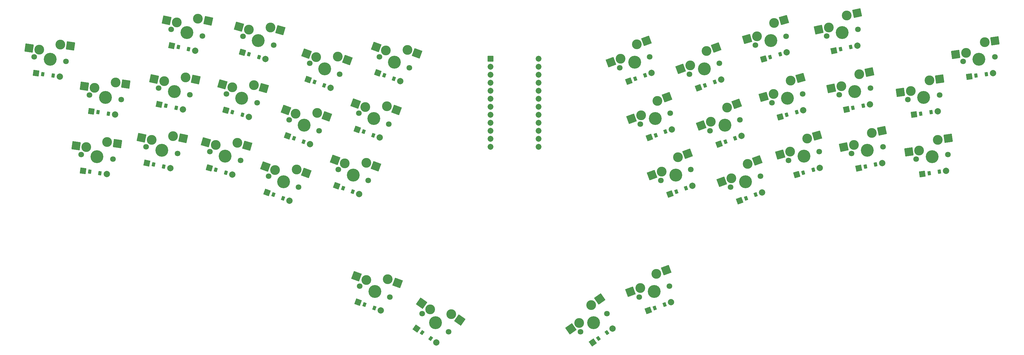
<source format=gbr>
%TF.GenerationSoftware,KiCad,Pcbnew,7.0.1-3b83917a11~172~ubuntu22.04.1*%
%TF.CreationDate,2023-04-10T14:49:45+02:00*%
%TF.ProjectId,koala-v1_ne,6b6f616c-612d-4763-915f-6e652e6b6963,v1.0.0*%
%TF.SameCoordinates,Original*%
%TF.FileFunction,Soldermask,Bot*%
%TF.FilePolarity,Negative*%
%FSLAX46Y46*%
G04 Gerber Fmt 4.6, Leading zero omitted, Abs format (unit mm)*
G04 Created by KiCad (PCBNEW 7.0.1-3b83917a11~172~ubuntu22.04.1) date 2023-04-10 14:49:45*
%MOMM*%
%LPD*%
G01*
G04 APERTURE LIST*
G04 Aperture macros list*
%AMRoundRect*
0 Rectangle with rounded corners*
0 $1 Rounding radius*
0 $2 $3 $4 $5 $6 $7 $8 $9 X,Y pos of 4 corners*
0 Add a 4 corners polygon primitive as box body*
4,1,4,$2,$3,$4,$5,$6,$7,$8,$9,$2,$3,0*
0 Add four circle primitives for the rounded corners*
1,1,$1+$1,$2,$3*
1,1,$1+$1,$4,$5*
1,1,$1+$1,$6,$7*
1,1,$1+$1,$8,$9*
0 Add four rect primitives between the rounded corners*
20,1,$1+$1,$2,$3,$4,$5,0*
20,1,$1+$1,$4,$5,$6,$7,0*
20,1,$1+$1,$6,$7,$8,$9,0*
20,1,$1+$1,$8,$9,$2,$3,0*%
G04 Aperture macros list end*
%ADD10C,1.801800*%
%ADD11C,3.100000*%
%ADD12C,4.087800*%
%ADD13RoundRect,0.050000X-1.625633X-0.738540X0.770583X-1.610691X1.625633X0.738540X-0.770583X1.610691X0*%
%ADD14RoundRect,0.050000X-1.054407X-0.684740X0.684740X-1.054407X1.054407X0.684740X-0.684740X1.054407X0*%
%ADD15RoundRect,0.050000X-0.564913X-0.493328X0.315419X-0.680449X0.564913X0.493328X-0.315419X0.680449X0*%
%ADD16C,2.005000*%
%ADD17RoundRect,0.050000X-0.609520X-1.099603X1.099603X-0.609520X0.609520X1.099603X-1.099603X0.609520X0*%
%ADD18RoundRect,0.050000X-0.267185X-0.700794X0.597950X-0.452720X0.267185X0.700794X-0.597950X0.452720X0*%
%ADD19RoundRect,0.050000X-1.139443X-0.531331X0.531331X-1.139443X1.139443X0.531331X-0.531331X1.139443X0*%
%ADD20RoundRect,0.050000X-0.628074X-0.409907X0.217650X-0.717725X0.628074X0.409907X-0.217650X0.717725X0*%
%ADD21RoundRect,0.050000X-1.436558X-1.060389X1.088625X-1.415281X1.436558X1.060389X-1.088625X1.415281X0*%
%ADD22RoundRect,0.050000X-0.770583X-1.610691X1.625633X-0.738540X0.770583X1.610691X-1.625633X0.738540X0*%
%ADD23RoundRect,0.050000X-0.531331X-1.139443X1.139443X-0.531331X0.531331X1.139443X-1.139443X0.531331X0*%
%ADD24RoundRect,0.050000X-0.217650X-0.717725X0.628074X-0.409907X0.217650X0.717725X-0.628074X0.409907X0*%
%ADD25RoundRect,0.050000X-1.507028X-0.957597X0.987249X-1.487772X1.507028X0.957597X-0.987249X1.487772X0*%
%ADD26RoundRect,0.050000X-0.881062X-1.553015X1.570155X-0.850139X0.881062X1.553015X-1.570155X0.850139X0*%
%ADD27RoundRect,0.050000X-0.327448X-1.755250X1.761389X-0.292630X0.327448X1.755250X-1.761389X0.292630X0*%
%ADD28RoundRect,0.050000X-0.987249X-1.487772X1.507028X-0.957597X0.987249X1.487772X-1.507028X0.957597X0*%
%ADD29RoundRect,0.050000X-1.088625X-1.415281X1.436558X-1.060389X1.088625X1.415281X-1.436558X1.060389X0*%
%ADD30RoundRect,0.050000X-1.004073X-0.756623X0.756623X-1.004073X1.004073X0.756623X-0.756623X1.004073X0*%
%ADD31RoundRect,0.050000X-0.529124X-0.531533X0.362117X-0.656789X0.529124X0.531533X-0.362117X0.656789X0*%
%ADD32RoundRect,0.050000X-0.218317X-1.238136X1.238136X-0.218317X0.218317X1.238136X-1.238136X0.218317X0*%
%ADD33RoundRect,0.050000X-0.024473X-0.749601X0.712764X-0.233382X0.024473X0.749601X-0.712764X0.233382X0*%
%ADD34RoundRect,0.050000X-0.684740X-1.054407X1.054407X-0.684740X0.684740X1.054407X-1.054407X0.684740X0*%
%ADD35RoundRect,0.050000X-0.315419X-0.680449X0.564913X-0.493328X0.315419X0.680449X-0.564913X0.493328X0*%
%ADD36RoundRect,0.050000X-1.570155X-0.850139X0.881062X-1.553015X1.570155X0.850139X-0.881062X1.553015X0*%
%ADD37RoundRect,0.050000X-0.756623X-1.004073X1.004073X-0.756623X0.756623X1.004073X-1.004073X0.756623X0*%
%ADD38RoundRect,0.050000X-0.362117X-0.656789X0.529124X-0.531533X0.362117X0.656789X-0.529124X0.531533X0*%
%ADD39RoundRect,0.050000X-0.876300X0.876300X-0.876300X-0.876300X0.876300X-0.876300X0.876300X0.876300X0*%
%ADD40C,1.852600*%
%ADD41RoundRect,0.050000X-1.099603X-0.609520X0.609520X-1.099603X1.099603X0.609520X-0.609520X1.099603X0*%
%ADD42RoundRect,0.050000X-0.597950X-0.452720X0.267185X-0.700794X0.597950X0.452720X-0.267185X0.700794X0*%
%ADD43RoundRect,0.050000X-1.238136X-0.218317X0.218317X-1.238136X1.238136X0.218317X-0.218317X1.238136X0*%
%ADD44RoundRect,0.050000X-0.712764X-0.233382X0.024473X-0.749601X0.712764X0.233382X-0.024473X0.749601X0*%
%ADD45RoundRect,0.050000X-1.761389X-0.292630X0.327448X-1.755250X1.761389X0.292630X-0.327448X1.755250X0*%
G04 APERTURE END LIST*
D10*
%TO.C,S13*%
X137570303Y-138051358D03*
D11*
X139632444Y-136098904D03*
D12*
X142343942Y-139788820D03*
D11*
X146468224Y-135883913D03*
D10*
X147117581Y-141526282D03*
D13*
X136554951Y-134978788D03*
X149571089Y-137013263D03*
%TD*%
D14*
%TO.C,D4*%
X76861705Y-135992941D03*
D15*
X78974503Y-136442031D03*
X82202391Y-137128139D03*
D16*
X84315189Y-137577229D03*
%TD*%
D17*
%TO.C,D25*%
X277688843Y-121297514D03*
D18*
X279765168Y-120702138D03*
X282937332Y-119792534D03*
D16*
X285013657Y-119197158D03*
%TD*%
D19*
%TO.C,D12*%
X127986002Y-109474965D03*
D20*
X130015738Y-110213729D03*
X133116724Y-111342395D03*
D16*
X135146460Y-112081159D03*
%TD*%
D10*
%TO.C,S1*%
X56058823Y-133279532D03*
D11*
X57669963Y-130941001D03*
D12*
X61089385Y-133986531D03*
D11*
X64311665Y-129309469D03*
D10*
X66119947Y-134693530D03*
D21*
X54426835Y-130485209D03*
X67581530Y-129769018D03*
%TD*%
D10*
%TO.C,S32*%
X226801271Y-105723995D03*
D11*
X227125950Y-102902810D03*
D12*
X231574910Y-103986533D03*
D11*
X232224267Y-98344163D03*
D10*
X236348549Y-102249071D03*
D22*
X224048457Y-104022926D03*
X235327132Y-97214813D03*
%TD*%
D10*
%TO.C,S16*%
X144395128Y-174998787D03*
D11*
X146457269Y-173046333D03*
D12*
X149168767Y-176736249D03*
D11*
X153293049Y-172831342D03*
D10*
X153942406Y-178473711D03*
D13*
X143379776Y-171926217D03*
X156395914Y-173960692D03*
%TD*%
D23*
%TO.C,D33*%
X235910930Y-182737813D03*
D24*
X237940666Y-181999049D03*
X241041652Y-180870383D03*
D16*
X243071388Y-180131619D03*
%TD*%
D10*
%TO.C,S3*%
X41171088Y-102331378D03*
D11*
X42782228Y-99992847D03*
D12*
X46201650Y-103038377D03*
D11*
X49423930Y-98361315D03*
D10*
X51232212Y-103745376D03*
D21*
X39539100Y-99537055D03*
X52693795Y-98820864D03*
%TD*%
D10*
%TO.C,S6*%
X84580447Y-93570732D03*
D11*
X86350790Y-91350285D03*
D12*
X89549437Y-94626923D03*
D11*
X93090123Y-90186029D03*
D10*
X94518427Y-95683114D03*
D25*
X83147357Y-90669374D03*
X96319967Y-90872553D03*
%TD*%
D23*
%TO.C,D31*%
X236220265Y-127889238D03*
D24*
X238250001Y-127150474D03*
X241350987Y-126021808D03*
D16*
X243380723Y-125283044D03*
%TD*%
D10*
%TO.C,S25*%
X275089853Y-116841259D03*
D11*
X275610536Y-114049595D03*
D12*
X279973062Y-115441021D03*
D11*
X281014429Y-109857693D03*
D10*
X284856271Y-114040783D03*
D26*
X272462404Y-114952307D03*
X284188515Y-108947538D03*
%TD*%
D10*
%TO.C,S34*%
X214408316Y-189524540D03*
D11*
X213991755Y-186715452D03*
D12*
X218569608Y-186610772D03*
D11*
X217736486Y-180992595D03*
D10*
X222730900Y-183697004D03*
D27*
X211309032Y-188593915D03*
X220441326Y-179098646D03*
%TD*%
D10*
%TO.C,S29*%
X248899851Y-107817062D03*
D11*
X249224530Y-104995877D03*
D12*
X253673490Y-106079600D03*
D11*
X254322847Y-100437230D03*
D10*
X258447129Y-104342138D03*
D22*
X246147037Y-106115993D03*
X257425712Y-99307880D03*
%TD*%
D19*
%TO.C,D16*%
X143878442Y-180131617D03*
D20*
X145908178Y-180870381D03*
X149009164Y-181999047D03*
D16*
X151038900Y-182737811D03*
%TD*%
D10*
%TO.C,S21*%
X300352838Y-132950541D03*
D11*
X301066990Y-130201999D03*
D12*
X305321828Y-131894350D03*
D11*
X306750132Y-126397264D03*
D10*
X310290818Y-130838159D03*
D28*
X297863557Y-130882909D03*
X309979975Y-125710740D03*
%TD*%
D10*
%TO.C,S24*%
X280340757Y-135153302D03*
D11*
X280861440Y-132361638D03*
D12*
X285223966Y-133753064D03*
D11*
X286265333Y-128169736D03*
D10*
X290107175Y-132352826D03*
D26*
X277713308Y-133264350D03*
X289439419Y-127259581D03*
%TD*%
D10*
%TO.C,S26*%
X269838967Y-98529231D03*
D11*
X270359650Y-95737567D03*
D12*
X274722176Y-97128993D03*
D11*
X275763543Y-91545665D03*
D10*
X279605385Y-95728755D03*
D26*
X267211518Y-96640279D03*
X278937629Y-90635510D03*
%TD*%
D10*
%TO.C,S18*%
X320829881Y-134693528D03*
D11*
X321734022Y-132001498D03*
D12*
X325860443Y-133986529D03*
D11*
X327668725Y-128602468D03*
D10*
X330891005Y-133279530D03*
D29*
X318490894Y-132457290D03*
X330938590Y-128142918D03*
%TD*%
D30*
%TO.C,D3*%
X41732856Y-107459463D03*
D31*
X43871835Y-107760077D03*
X47139719Y-108219349D03*
D16*
X49278698Y-108519963D03*
%TD*%
D10*
%TO.C,S12*%
X128502695Y-104342142D03*
D11*
X130564836Y-102389688D03*
D12*
X133276334Y-106079604D03*
D11*
X137400616Y-102174697D03*
D10*
X138049973Y-107817066D03*
D13*
X127487343Y-101269572D03*
X140503481Y-103304047D03*
%TD*%
D19*
%TO.C,D14*%
X143569102Y-125283047D03*
D20*
X145598838Y-126021811D03*
X148699824Y-127150477D03*
D16*
X150729560Y-127889241D03*
%TD*%
D32*
%TO.C,D34*%
X218316526Y-192891861D03*
D33*
X220085894Y-191652936D03*
X222789096Y-189760134D03*
D16*
X224558464Y-188521209D03*
%TD*%
D34*
%TO.C,D21*%
X302634635Y-137577233D03*
D35*
X304747433Y-137128143D03*
X307975321Y-136442035D03*
D16*
X310088119Y-135992945D03*
%TD*%
D10*
%TO.C,S22*%
X296392117Y-114316827D03*
D11*
X297106269Y-111568285D03*
D12*
X301361107Y-113260636D03*
D11*
X302789411Y-107763550D03*
D10*
X306330097Y-112204445D03*
D28*
X293902836Y-112249195D03*
X306019254Y-107077026D03*
%TD*%
D10*
%TO.C,S30*%
X239832242Y-141526287D03*
D11*
X240156921Y-138705102D03*
D12*
X244605881Y-139788825D03*
D11*
X245255238Y-134146455D03*
D10*
X249379520Y-138051363D03*
D22*
X237079428Y-139825218D03*
X248358103Y-133017105D03*
%TD*%
D23*
%TO.C,D29*%
X251803359Y-112081165D03*
D24*
X253833095Y-111342401D03*
X256934081Y-110213735D03*
D16*
X258963817Y-109474971D03*
%TD*%
D10*
%TO.C,S8*%
X102093546Y-114040784D03*
D11*
X104014467Y-111949239D03*
D12*
X106976755Y-115441022D03*
D11*
X110818597Y-111257931D03*
D10*
X111859964Y-116841260D03*
D36*
X100866335Y-111046527D03*
X113992684Y-112168086D03*
%TD*%
D10*
%TO.C,S5*%
X80619741Y-112204452D03*
D11*
X82390084Y-109984005D03*
D12*
X85588731Y-113260643D03*
D11*
X89129417Y-108819749D03*
D10*
X90557721Y-114316834D03*
D25*
X79186651Y-109303094D03*
X92359261Y-109506273D03*
%TD*%
D30*
%TO.C,D2*%
X59271840Y-119543012D03*
D31*
X61410819Y-119843626D03*
X64678703Y-120302898D03*
D16*
X66817682Y-120603512D03*
%TD*%
D19*
%TO.C,D11*%
X121470521Y-127376114D03*
D20*
X123500257Y-128114878D03*
X126601243Y-129243544D03*
D16*
X128630979Y-129982308D03*
%TD*%
D37*
%TO.C,D18*%
X322783384Y-139468122D03*
D38*
X324922363Y-139167508D03*
X328190247Y-138708236D03*
D16*
X330329226Y-138407622D03*
%TD*%
D37*
%TO.C,D20*%
X337671122Y-108519960D03*
D38*
X339810101Y-108219346D03*
X343077985Y-107760074D03*
D16*
X345216964Y-107459460D03*
%TD*%
D10*
%TO.C,S4*%
X76659016Y-130838157D03*
D11*
X78429359Y-128617710D03*
D12*
X81628006Y-131894348D03*
D11*
X85168692Y-127453454D03*
D10*
X86596996Y-132950539D03*
D25*
X75225926Y-127936799D03*
X88398536Y-128139978D03*
%TD*%
D39*
%TO.C,MCU1*%
X185854909Y-102917674D03*
D40*
X185854909Y-105457674D03*
X185854909Y-107997674D03*
X185854909Y-110537674D03*
X185854909Y-113077674D03*
X185854909Y-115617674D03*
X185854909Y-118157674D03*
X185854909Y-120697674D03*
X185854909Y-123237674D03*
X185854909Y-125777674D03*
X185854909Y-128317674D03*
X185854909Y-130857674D03*
X201094909Y-102917674D03*
X201094909Y-105457674D03*
X201094909Y-107997674D03*
X201094909Y-110537674D03*
X201094909Y-113077674D03*
X201094909Y-115617674D03*
X201094909Y-118157674D03*
X201094909Y-120697674D03*
X201094909Y-123237674D03*
X201094909Y-125777674D03*
X201094909Y-128317674D03*
X201094909Y-130857674D03*
%TD*%
D34*
%TO.C,D23*%
X294713201Y-100309807D03*
D35*
X296825999Y-99860717D03*
X300053887Y-99174609D03*
D16*
X302166685Y-98725519D03*
%TD*%
D10*
%TO.C,S7*%
X96842653Y-132352824D03*
D11*
X98763574Y-130261279D03*
D12*
X101725862Y-133753062D03*
D11*
X105567704Y-129569971D03*
D10*
X106609071Y-135153300D03*
D36*
X95615442Y-129358567D03*
X108741791Y-130480126D03*
%TD*%
D17*
%TO.C,D24*%
X282939736Y-139609544D03*
D18*
X285016061Y-139014168D03*
X288188225Y-138104564D03*
D16*
X290264550Y-137509188D03*
%TD*%
D10*
%TO.C,S19*%
X318178638Y-115828927D03*
D11*
X319082779Y-113136897D03*
D12*
X323209200Y-115121928D03*
D11*
X325017482Y-109737867D03*
D10*
X328239762Y-114414929D03*
D29*
X315839651Y-113592689D03*
X328287347Y-109278317D03*
%TD*%
D10*
%TO.C,S28*%
X255415332Y-125718203D03*
D11*
X255740011Y-122897018D03*
D12*
X260188971Y-123980741D03*
D11*
X260838328Y-118338371D03*
D10*
X264962610Y-122243279D03*
D22*
X252662518Y-124017134D03*
X263941193Y-117209021D03*
%TD*%
D10*
%TO.C,S23*%
X292431403Y-95683119D03*
D11*
X293145555Y-92934577D03*
D12*
X297400393Y-94626928D03*
D11*
X298828697Y-89129842D03*
D10*
X302369383Y-93570737D03*
D28*
X289942122Y-93615487D03*
X302058540Y-88443318D03*
%TD*%
D19*
%TO.C,D10*%
X114955032Y-145277258D03*
D20*
X116984768Y-146016022D03*
X120085754Y-147144688D03*
D16*
X122115490Y-147883452D03*
%TD*%
D10*
%TO.C,S11*%
X121987213Y-122243282D03*
D11*
X124049354Y-120290828D03*
D12*
X126760852Y-123980744D03*
D11*
X130885134Y-120075837D03*
D10*
X131534491Y-125718206D03*
D13*
X120971861Y-119170712D03*
X133987999Y-121205187D03*
%TD*%
D30*
%TO.C,D1*%
X56620594Y-138407626D03*
D31*
X58759573Y-138708240D03*
X62027457Y-139167512D03*
D16*
X64166436Y-139468126D03*
%TD*%
D14*
%TO.C,D5*%
X80822426Y-117359232D03*
D15*
X82935224Y-117808322D03*
X86163112Y-118494430D03*
D16*
X88275910Y-118943520D03*
%TD*%
D41*
%TO.C,D9*%
X107187064Y-100885124D03*
D42*
X109263389Y-101480500D03*
X112435553Y-102390104D03*
D16*
X114511878Y-102985480D03*
%TD*%
D10*
%TO.C,S31*%
X233316760Y-123625138D03*
D11*
X233641439Y-120803953D03*
D12*
X238090399Y-121887676D03*
D11*
X238739756Y-116245306D03*
D10*
X242864038Y-120150214D03*
D22*
X230563946Y-121924069D03*
X241842621Y-115115956D03*
%TD*%
D10*
%TO.C,S15*%
X150601273Y-102249069D03*
D11*
X152663414Y-100296615D03*
D12*
X155374912Y-103986531D03*
D11*
X159499194Y-100081624D03*
D10*
X160148551Y-105723993D03*
D13*
X149585921Y-99176499D03*
X162602059Y-101210974D03*
%TD*%
D23*
%TO.C,D28*%
X258318848Y-129982307D03*
D24*
X260348584Y-129243543D03*
X263449570Y-128114877D03*
D16*
X265479306Y-127376113D03*
%TD*%
D17*
%TO.C,D26*%
X272437950Y-102985478D03*
D18*
X274514275Y-102390102D03*
X277686439Y-101480498D03*
D16*
X279762764Y-100885122D03*
%TD*%
D19*
%TO.C,D15*%
X150084589Y-107381903D03*
D20*
X152114325Y-108120667D03*
X155215311Y-109249333D03*
D16*
X157245047Y-109988097D03*
%TD*%
D23*
%TO.C,D27*%
X264834328Y-147883454D03*
D24*
X266864064Y-147144690D03*
X269965050Y-146016024D03*
D16*
X271994786Y-145277260D03*
%TD*%
D43*
%TO.C,D17*%
X162391362Y-188521203D03*
D44*
X164160730Y-189760128D03*
X166863932Y-191652930D03*
D16*
X168633300Y-192891855D03*
%TD*%
D23*
%TO.C,D32*%
X229704786Y-109988093D03*
D24*
X231734522Y-109249329D03*
X234835508Y-108120663D03*
D16*
X236865244Y-107381899D03*
%TD*%
D41*
%TO.C,D8*%
X101936167Y-119197154D03*
D42*
X104012492Y-119792530D03*
X107184656Y-120702134D03*
D16*
X109260981Y-121297510D03*
%TD*%
D23*
%TO.C,D30*%
X242735750Y-145790381D03*
D24*
X244765486Y-145051617D03*
X247866472Y-143922951D03*
D16*
X249896208Y-143184187D03*
%TD*%
D41*
%TO.C,D7*%
X96685271Y-137509189D03*
D42*
X98761596Y-138104565D03*
X101933760Y-139014169D03*
D16*
X104010085Y-139609545D03*
%TD*%
D10*
%TO.C,S17*%
X164218922Y-183697007D03*
D11*
X166716129Y-182344803D03*
D12*
X168380214Y-186610775D03*
D11*
X173374628Y-183906367D03*
D10*
X172541506Y-189524543D03*
D45*
X164033406Y-180466340D03*
X176079469Y-185800316D03*
%TD*%
D10*
%TO.C,S10*%
X115471735Y-140144430D03*
D11*
X117533876Y-138191976D03*
D12*
X120245374Y-141881892D03*
D11*
X124369656Y-137976985D03*
D10*
X125019013Y-143619354D03*
D13*
X114456383Y-137071860D03*
X127472521Y-139106335D03*
%TD*%
D14*
%TO.C,D6*%
X84783141Y-98725521D03*
D15*
X86895939Y-99174611D03*
X90123827Y-99860719D03*
D16*
X92236625Y-100309809D03*
%TD*%
D10*
%TO.C,S27*%
X261930822Y-143619351D03*
D11*
X262255501Y-140798166D03*
D12*
X266704461Y-141881889D03*
D11*
X267353818Y-136239519D03*
D10*
X271478100Y-140144427D03*
D22*
X259178008Y-141918282D03*
X270456683Y-135110169D03*
%TD*%
D19*
%TO.C,D13*%
X137053617Y-143184192D03*
D20*
X139083353Y-143922956D03*
X142184339Y-145051622D03*
D16*
X144214075Y-145790386D03*
%TD*%
D10*
%TO.C,S14*%
X144085788Y-120150218D03*
D11*
X146147929Y-118197764D03*
D12*
X148859427Y-121887680D03*
D11*
X152983709Y-117982773D03*
D10*
X153633066Y-123625142D03*
D13*
X143070436Y-117077648D03*
X156086574Y-119112123D03*
%TD*%
D34*
%TO.C,D22*%
X298673921Y-118943520D03*
D35*
X300786719Y-118494430D03*
X304014607Y-117808322D03*
D16*
X306127405Y-117359232D03*
%TD*%
D10*
%TO.C,S9*%
X107344448Y-95728750D03*
D11*
X109265369Y-93637205D03*
D12*
X112227657Y-97128988D03*
D11*
X116069499Y-92945897D03*
D10*
X117110866Y-98529226D03*
D36*
X106117237Y-92734493D03*
X119243586Y-93856052D03*
%TD*%
D10*
%TO.C,S2*%
X58710062Y-114414927D03*
D11*
X60321202Y-112076396D03*
D12*
X63740624Y-115121926D03*
D11*
X66962904Y-110444864D03*
D10*
X68771186Y-115828925D03*
D21*
X57078074Y-111620604D03*
X70232769Y-110904413D03*
%TD*%
D10*
%TO.C,S20*%
X335717618Y-103745372D03*
D11*
X336621759Y-101053342D03*
D12*
X340748180Y-103038373D03*
D11*
X342556462Y-97654312D03*
D10*
X345778742Y-102331374D03*
D29*
X333378631Y-101509134D03*
X345826327Y-97194762D03*
%TD*%
D37*
%TO.C,D19*%
X320132143Y-120603512D03*
D38*
X322271122Y-120302898D03*
X325539006Y-119843626D03*
D16*
X327677985Y-119543012D03*
%TD*%
D10*
%TO.C,S33*%
X233007422Y-178473714D03*
D11*
X233332101Y-175652529D03*
D12*
X237781061Y-176736252D03*
D11*
X238430418Y-171093882D03*
D10*
X242554700Y-174998790D03*
D22*
X230254608Y-176772645D03*
X241533283Y-169964532D03*
%TD*%
M02*

</source>
